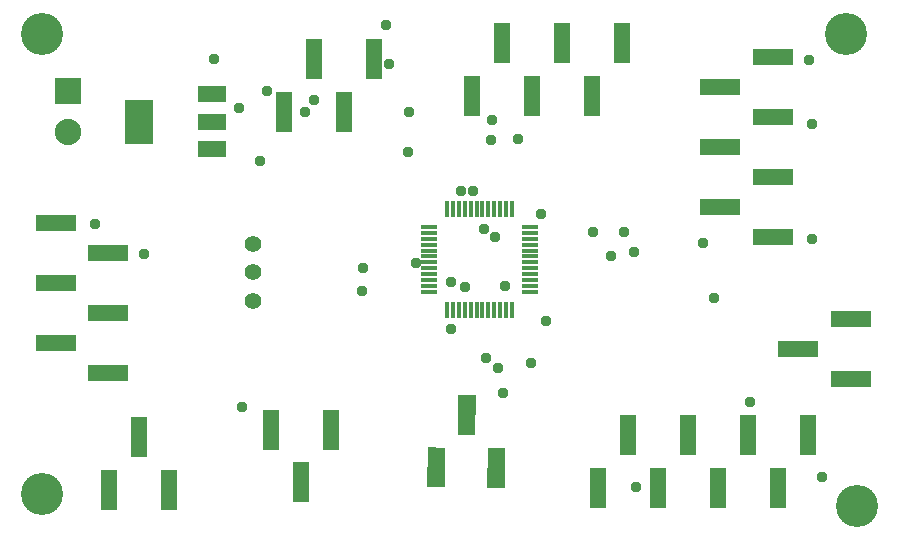
<source format=gts>
G75*
%MOIN*%
%OFA0B0*%
%FSLAX25Y25*%
%IPPOS*%
%LPD*%
%AMOC8*
5,1,8,0,0,1.08239X$1,22.5*
%
%ADD10C,0.14028*%
%ADD11R,0.08800X0.08800*%
%ADD12C,0.08800*%
%ADD13C,0.05556*%
%ADD14R,0.01800X0.05300*%
%ADD15R,0.05300X0.01800*%
%ADD16R,0.05800X0.13300*%
%ADD17R,0.13300X0.05800*%
%ADD18R,0.09600X0.05600*%
%ADD19R,0.09461X0.14973*%
%ADD20C,0.03778*%
D10*
X0013111Y0013111D03*
X0013111Y0166654D03*
X0280828Y0166654D03*
X0284765Y0009174D03*
D11*
X0021700Y0147700D03*
D12*
X0021700Y0133920D03*
D13*
X0083400Y0096575D03*
X0083400Y0087181D03*
X0083400Y0077575D03*
D14*
X0147948Y0074668D03*
X0149917Y0074668D03*
X0151885Y0074668D03*
X0153854Y0074668D03*
X0155822Y0074668D03*
X0157791Y0074668D03*
X0159759Y0074668D03*
X0161728Y0074668D03*
X0163696Y0074668D03*
X0165665Y0074668D03*
X0167633Y0074668D03*
X0169602Y0074668D03*
X0169602Y0108132D03*
X0167633Y0108132D03*
X0165665Y0108132D03*
X0163696Y0108132D03*
X0161728Y0108132D03*
X0159759Y0108132D03*
X0157791Y0108132D03*
X0155822Y0108132D03*
X0153854Y0108132D03*
X0151885Y0108132D03*
X0149917Y0108132D03*
X0147948Y0108132D03*
D15*
X0142043Y0102227D03*
X0142043Y0100258D03*
X0142043Y0098290D03*
X0142043Y0096321D03*
X0142043Y0094353D03*
X0142043Y0092384D03*
X0142043Y0090416D03*
X0142043Y0088447D03*
X0142043Y0086479D03*
X0142043Y0084510D03*
X0142043Y0082542D03*
X0142043Y0080573D03*
X0175507Y0080573D03*
X0175507Y0082542D03*
X0175507Y0084510D03*
X0175507Y0086479D03*
X0175507Y0088447D03*
X0175507Y0090416D03*
X0175507Y0092384D03*
X0175507Y0094353D03*
X0175507Y0096321D03*
X0175507Y0098290D03*
X0175507Y0100258D03*
X0175507Y0102227D03*
D16*
X0113650Y0140575D03*
X0093650Y0140575D03*
X0103650Y0158075D03*
X0123650Y0158075D03*
X0156350Y0145950D03*
X0176350Y0145950D03*
X0196350Y0145950D03*
X0186350Y0163450D03*
X0166350Y0163450D03*
X0206350Y0163450D03*
X0109225Y0034625D03*
X0089225Y0034625D03*
X0099225Y0017125D03*
X0055450Y0014650D03*
X0035450Y0014650D03*
X0045450Y0032150D03*
X0198275Y0015325D03*
X0218275Y0015325D03*
X0238275Y0015325D03*
X0258275Y0015325D03*
X0248275Y0032825D03*
X0228275Y0032825D03*
X0208275Y0032825D03*
X0268275Y0032825D03*
D17*
X0282550Y0051400D03*
X0265050Y0061400D03*
X0282550Y0071400D03*
X0256575Y0099025D03*
X0239075Y0109025D03*
X0256575Y0119025D03*
X0239075Y0129025D03*
X0256575Y0139025D03*
X0239075Y0149025D03*
X0256575Y0159025D03*
G36*
X0151523Y0032856D02*
X0151662Y0046155D01*
X0157461Y0046094D01*
X0157322Y0032795D01*
X0151523Y0032856D01*
G37*
G36*
X0141340Y0015461D02*
X0141479Y0028760D01*
X0147278Y0028699D01*
X0147139Y0015400D01*
X0141340Y0015461D01*
G37*
G36*
X0161339Y0015252D02*
X0161478Y0028551D01*
X0167277Y0028490D01*
X0167138Y0015191D01*
X0161339Y0015252D01*
G37*
X0035075Y0053400D03*
X0017575Y0063400D03*
X0035075Y0073400D03*
X0017575Y0083400D03*
X0035075Y0093400D03*
X0017575Y0103400D03*
D18*
X0069550Y0128250D03*
X0069550Y0137350D03*
X0069550Y0146450D03*
D19*
X0045149Y0137350D03*
D20*
X0070350Y0158050D03*
X0088075Y0147575D03*
X0078775Y0141750D03*
X0100500Y0140600D03*
X0103550Y0144475D03*
X0128536Y0156375D03*
X0127625Y0169625D03*
X0135400Y0140700D03*
X0134877Y0127200D03*
X0152547Y0114300D03*
X0156525Y0114150D03*
X0160450Y0101639D03*
X0163850Y0098850D03*
X0179400Y0106650D03*
X0196700Y0100425D03*
X0202700Y0092425D03*
X0210350Y0093850D03*
X0206975Y0100425D03*
X0233200Y0096875D03*
X0236975Y0078675D03*
X0269775Y0098350D03*
X0269525Y0136450D03*
X0268525Y0157750D03*
X0171650Y0131575D03*
X0162525Y0131250D03*
X0163050Y0137750D03*
X0137550Y0090225D03*
X0149350Y0083950D03*
X0153850Y0082250D03*
X0167250Y0082550D03*
X0180875Y0070925D03*
X0160907Y0058500D03*
X0165025Y0055050D03*
X0176060Y0056885D03*
X0166485Y0046800D03*
X0149425Y0068125D03*
X0119675Y0080925D03*
X0119950Y0088450D03*
X0085775Y0124300D03*
X0046800Y0093325D03*
X0030750Y0103225D03*
X0079750Y0042125D03*
X0211075Y0015525D03*
X0248875Y0043825D03*
X0272925Y0018850D03*
M02*

</source>
